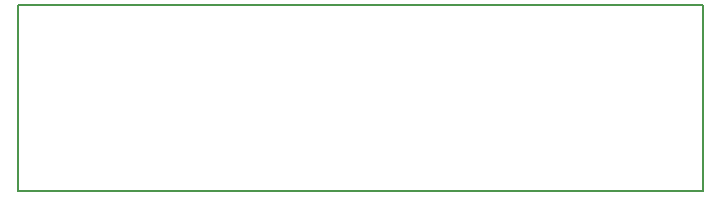
<source format=gbr>
G04 #@! TF.FileFunction,Profile,NP*
%FSLAX46Y46*%
G04 Gerber Fmt 4.6, Leading zero omitted, Abs format (unit mm)*
G04 Created by KiCad (PCBNEW 4.0.0-rc1-stable) date 3/16/2016 3:52:32 PM*
%MOMM*%
G01*
G04 APERTURE LIST*
%ADD10C,0.100000*%
%ADD11C,0.150000*%
G04 APERTURE END LIST*
D10*
D11*
X99750000Y-97250000D02*
X99750000Y-81500000D01*
X157750000Y-97250000D02*
X99750000Y-97250000D01*
X157750000Y-81500000D02*
X157750000Y-97250000D01*
X99750000Y-81500000D02*
X157750000Y-81500000D01*
M02*

</source>
